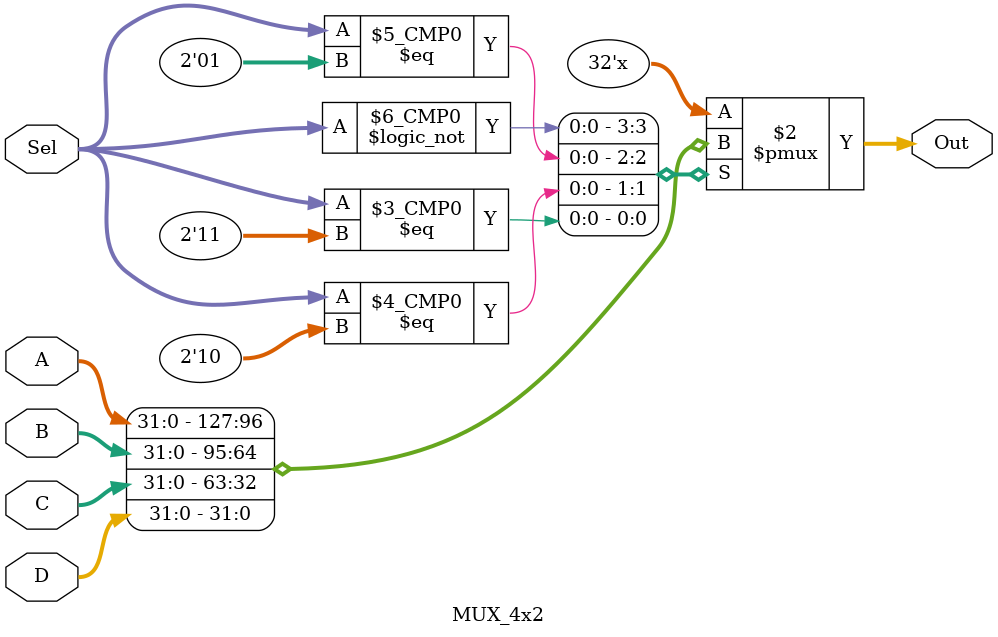
<source format=v>
`timescale 1ns / 1ps


module MUX_4x2(
input [31:0] A, B, C, D,
input [1:0] Sel,
output reg [31:0] Out
    );
    
    always @(*) begin
        case(Sel)
            2'b00: Out = A;
            2'b01: Out = B;
            2'b10: Out = C;
            2'b11: Out = D;
        endcase
    end
    
    
    
endmodule

</source>
